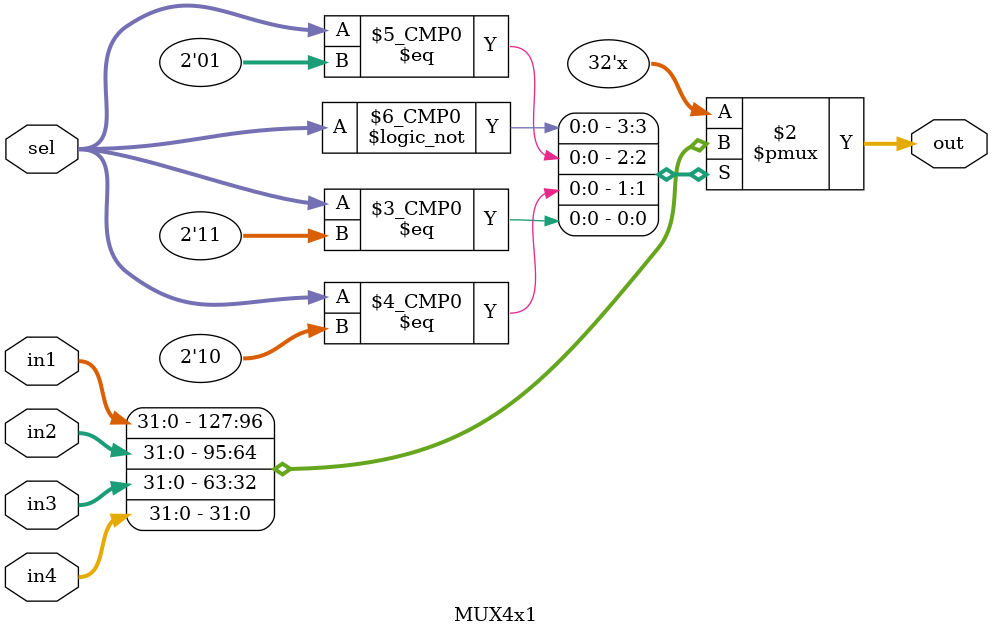
<source format=v>
`timescale 1ns / 1ps
/*******************************************************************
*
* Module: MUX4x1.v
* Project: femtoRV32
* Author(s): Abdelhakim Badawy  - abdelhakimbadawy@aucegypt.edu
             Marwan Eid         - marwanadel99@aucegypt.edu
             Mohammed Abuelwafa - mohammedabuelwafa@aucegypt.edu
* Description: A verilog module for a 4x1 multiplexer
*
* Change history: 10/23/19 - Added to the project
*
**********************************************************************/

module MUX4x1(
    input [1:0] sel,
    input [31:0] in1, in2, in3, in4,
    output reg [31:0] out
);

    always @ (*) 
    begin 
         case (sel) 
          2'b00 : out = in1; 
          2'b01 : out = in2; 
          2'b10 : out = in3; 
          2'b11 : out = in4; 
        endcase
    end
endmodule

</source>
